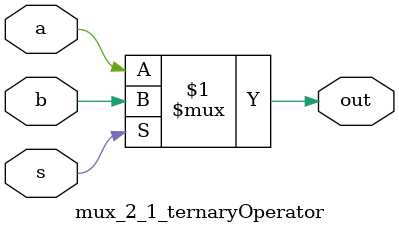
<source format=v>
`timescale 1ns / 1ps
module mux_2_1_ternaryOperator(
    input a,
    input b,
    input s,
    output out
    );
	 assign out = s ? b:a;


endmodule

</source>
